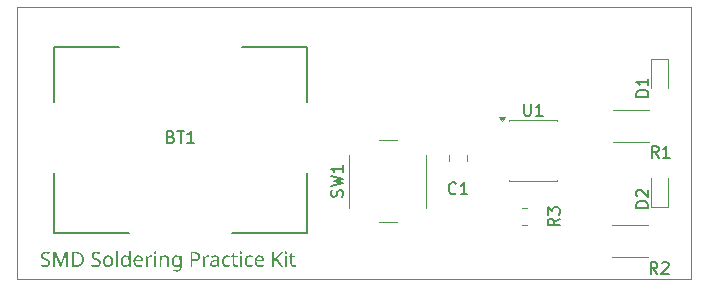
<source format=gbr>
%TF.GenerationSoftware,KiCad,Pcbnew,9.0.7*%
%TF.CreationDate,2026-01-25T21:44:07-05:00*%
%TF.ProjectId,advanced_soldering_practice,61647661-6e63-4656-945f-736f6c646572,rev?*%
%TF.SameCoordinates,Original*%
%TF.FileFunction,Legend,Top*%
%TF.FilePolarity,Positive*%
%FSLAX46Y46*%
G04 Gerber Fmt 4.6, Leading zero omitted, Abs format (unit mm)*
G04 Created by KiCad (PCBNEW 9.0.7) date 2026-01-25 21:44:07*
%MOMM*%
%LPD*%
G01*
G04 APERTURE LIST*
%ADD10C,0.100000*%
%ADD11C,0.150000*%
%ADD12C,0.120000*%
%ADD13C,0.152400*%
G04 APERTURE END LIST*
D10*
X69000000Y-75000000D02*
X126000000Y-75000000D01*
X126000000Y-98000000D01*
X69000000Y-98000000D01*
X69000000Y-75000000D01*
G36*
X71778510Y-96653268D02*
G01*
X71770491Y-96734068D01*
X71747613Y-96802643D01*
X71710412Y-96861499D01*
X71657763Y-96912242D01*
X71595695Y-96951047D01*
X71522232Y-96979978D01*
X71435262Y-96998412D01*
X71332233Y-97004978D01*
X71229362Y-97000897D01*
X71137984Y-96989255D01*
X71053047Y-96969529D01*
X70989224Y-96945520D01*
X70989224Y-96795006D01*
X71056482Y-96820585D01*
X71145845Y-96845762D01*
X71240623Y-96862774D01*
X71339255Y-96868507D01*
X71431358Y-96861427D01*
X71499822Y-96842542D01*
X71550067Y-96814240D01*
X71589502Y-96773728D01*
X71612862Y-96725568D01*
X71620974Y-96667236D01*
X71614052Y-96609447D01*
X71594718Y-96564043D01*
X71561340Y-96525535D01*
X71504577Y-96486115D01*
X71433873Y-96451572D01*
X71326967Y-96410018D01*
X71223578Y-96365616D01*
X71144833Y-96318192D01*
X71086387Y-96268281D01*
X71051789Y-96224050D01*
X71026528Y-96172162D01*
X71010646Y-96111129D01*
X71005024Y-96038998D01*
X71010964Y-95974130D01*
X71028016Y-95917819D01*
X71055781Y-95868409D01*
X71093284Y-95825405D01*
X71139800Y-95789008D01*
X71196602Y-95759034D01*
X71257836Y-95738109D01*
X71326567Y-95725046D01*
X71403979Y-95720490D01*
X71504813Y-95725519D01*
X71592962Y-95739800D01*
X71676150Y-95762527D01*
X71748743Y-95790481D01*
X71699742Y-95925272D01*
X71633120Y-95899779D01*
X71558845Y-95878026D01*
X71481650Y-95863598D01*
X71400468Y-95858716D01*
X71323719Y-95865151D01*
X71266280Y-95882426D01*
X71223698Y-95908633D01*
X71190747Y-95945341D01*
X71171079Y-95988673D01*
X71164240Y-96040753D01*
X71171210Y-96100090D01*
X71190496Y-96145778D01*
X71223294Y-96184021D01*
X71276210Y-96221035D01*
X71341535Y-96253465D01*
X71437257Y-96292781D01*
X71542322Y-96336129D01*
X71623569Y-96379411D01*
X71671499Y-96413369D01*
X71709634Y-96450364D01*
X71739126Y-96490542D01*
X71760282Y-96535325D01*
X71773716Y-96588933D01*
X71778510Y-96653268D01*
G37*
G36*
X72580848Y-96987500D02*
G01*
X72169604Y-95891994D01*
X72162659Y-95891994D01*
X72171360Y-96038158D01*
X72174871Y-96229736D01*
X72174871Y-96987500D01*
X72029623Y-96987500D01*
X72029623Y-95737968D01*
X72262340Y-95737968D01*
X72647404Y-96761728D01*
X72654350Y-96761728D01*
X73046360Y-95737968D01*
X73277398Y-95737968D01*
X73277398Y-96987500D01*
X73121617Y-96987500D01*
X73121617Y-96219279D01*
X73125968Y-96038998D01*
X73133906Y-95893750D01*
X73126884Y-95893750D01*
X72710373Y-96987500D01*
X72580848Y-96987500D01*
G37*
G36*
X74125369Y-95746314D02*
G01*
X74233609Y-95770089D01*
X74328177Y-95808036D01*
X74393713Y-95847363D01*
X74450709Y-95894428D01*
X74499915Y-95949613D01*
X74541737Y-96013657D01*
X74573362Y-96082077D01*
X74596903Y-96160038D01*
X74611768Y-96248966D01*
X74616994Y-96350484D01*
X74609004Y-96479597D01*
X74586538Y-96589070D01*
X74551257Y-96681937D01*
X74503967Y-96760730D01*
X74444574Y-96827368D01*
X74373726Y-96882738D01*
X74292081Y-96926795D01*
X74198036Y-96959518D01*
X74089556Y-96980203D01*
X73964255Y-96987500D01*
X73615980Y-96987500D01*
X73615980Y-96852784D01*
X73773517Y-96852784D01*
X73943265Y-96852784D01*
X74058550Y-96845520D01*
X74153803Y-96825323D01*
X74232363Y-96793968D01*
X74296990Y-96752335D01*
X74349725Y-96700338D01*
X74391743Y-96636936D01*
X74423255Y-96560222D01*
X74443492Y-96467565D01*
X74450756Y-96355750D01*
X74444824Y-96252448D01*
X74428325Y-96166702D01*
X74402774Y-96095728D01*
X74369050Y-96037162D01*
X74327337Y-95989157D01*
X74262719Y-95940282D01*
X74184893Y-95904081D01*
X74091195Y-95881013D01*
X73978223Y-95872760D01*
X73773517Y-95872760D01*
X73773517Y-96852784D01*
X73615980Y-96852784D01*
X73615980Y-95737968D01*
X74000968Y-95737968D01*
X74125369Y-95746314D01*
G37*
G36*
X76056424Y-96653268D02*
G01*
X76048405Y-96734068D01*
X76025527Y-96802643D01*
X75988325Y-96861499D01*
X75935676Y-96912242D01*
X75873608Y-96951047D01*
X75800145Y-96979978D01*
X75713175Y-96998412D01*
X75610146Y-97004978D01*
X75507276Y-97000897D01*
X75415897Y-96989255D01*
X75330961Y-96969529D01*
X75267138Y-96945520D01*
X75267138Y-96795006D01*
X75334396Y-96820585D01*
X75423759Y-96845762D01*
X75518537Y-96862774D01*
X75617168Y-96868507D01*
X75709271Y-96861427D01*
X75777735Y-96842542D01*
X75827981Y-96814240D01*
X75867415Y-96773728D01*
X75890776Y-96725568D01*
X75898887Y-96667236D01*
X75891965Y-96609447D01*
X75872631Y-96564043D01*
X75839253Y-96525535D01*
X75782490Y-96486115D01*
X75711787Y-96451572D01*
X75604880Y-96410018D01*
X75501491Y-96365616D01*
X75422747Y-96318192D01*
X75364301Y-96268281D01*
X75329703Y-96224050D01*
X75304441Y-96172162D01*
X75288559Y-96111129D01*
X75282937Y-96038998D01*
X75288877Y-95974130D01*
X75305929Y-95917819D01*
X75333694Y-95868409D01*
X75371197Y-95825405D01*
X75417714Y-95789008D01*
X75474515Y-95759034D01*
X75535749Y-95738109D01*
X75604481Y-95725046D01*
X75681893Y-95720490D01*
X75782727Y-95725519D01*
X75870876Y-95739800D01*
X75954064Y-95762527D01*
X76026657Y-95790481D01*
X75977656Y-95925272D01*
X75911034Y-95899779D01*
X75836758Y-95878026D01*
X75759563Y-95863598D01*
X75678382Y-95858716D01*
X75601633Y-95865151D01*
X75544193Y-95882426D01*
X75501611Y-95908633D01*
X75468660Y-95945341D01*
X75448993Y-95988673D01*
X75442153Y-96040753D01*
X75449124Y-96100090D01*
X75468409Y-96145778D01*
X75501207Y-96184021D01*
X75554123Y-96221035D01*
X75619448Y-96253465D01*
X75715171Y-96292781D01*
X75820235Y-96336129D01*
X75901482Y-96379411D01*
X75949412Y-96413369D01*
X75987547Y-96450364D01*
X76017040Y-96490542D01*
X76038196Y-96535325D01*
X76051630Y-96588933D01*
X76056424Y-96653268D01*
G37*
G36*
X76753399Y-96038605D02*
G01*
X76827820Y-96057751D01*
X76894635Y-96088915D01*
X76954245Y-96132027D01*
X77004813Y-96186400D01*
X77046905Y-96253397D01*
X77076510Y-96327128D01*
X77095323Y-96414063D01*
X77102012Y-96516721D01*
X77093625Y-96633318D01*
X77070182Y-96730086D01*
X77033420Y-96810496D01*
X76983860Y-96877285D01*
X76920844Y-96932305D01*
X76848027Y-96971824D01*
X76763481Y-96996359D01*
X76664512Y-97004978D01*
X76583236Y-96998419D01*
X76509904Y-96979357D01*
X76443091Y-96948115D01*
X76383579Y-96904950D01*
X76332710Y-96850033D01*
X76289981Y-96781878D01*
X76259855Y-96706966D01*
X76240789Y-96619376D01*
X76234034Y-96516721D01*
X76393250Y-96516721D01*
X76401508Y-96626004D01*
X76424115Y-96712295D01*
X76458890Y-96780198D01*
X76495506Y-96821752D01*
X76541135Y-96851661D01*
X76597667Y-96870514D01*
X76668023Y-96877285D01*
X76737415Y-96870560D01*
X76793558Y-96851774D01*
X76839236Y-96821867D01*
X76876240Y-96780198D01*
X76911527Y-96712226D01*
X76934434Y-96625935D01*
X76942797Y-96516721D01*
X76934378Y-96407554D01*
X76911429Y-96322288D01*
X76876240Y-96255992D01*
X76839408Y-96215669D01*
X76793568Y-96186529D01*
X76736814Y-96168117D01*
X76666268Y-96161501D01*
X76595703Y-96168144D01*
X76539286Y-96186588D01*
X76494032Y-96215719D01*
X76457974Y-96255992D01*
X76423807Y-96322149D01*
X76401460Y-96407413D01*
X76393250Y-96516721D01*
X76234034Y-96516721D01*
X76242393Y-96400052D01*
X76265708Y-96303628D01*
X76302188Y-96223879D01*
X76351271Y-96157990D01*
X76413780Y-96103794D01*
X76486266Y-96064782D01*
X76570691Y-96040514D01*
X76669779Y-96031976D01*
X76753399Y-96038605D01*
G37*
G36*
X77498144Y-96987500D02*
G01*
X77344118Y-96987500D01*
X77344118Y-95657521D01*
X77498144Y-95657521D01*
X77498144Y-96987500D01*
G37*
G36*
X78573499Y-96987500D02*
G01*
X78449241Y-96987500D01*
X78426495Y-96861485D01*
X78419474Y-96861485D01*
X78371274Y-96915919D01*
X78307503Y-96962999D01*
X78259073Y-96985398D01*
X78199782Y-96999791D01*
X78127222Y-97004978D01*
X78041854Y-96996941D01*
X77968134Y-96973895D01*
X77903762Y-96936357D01*
X77847182Y-96883391D01*
X77804134Y-96820488D01*
X77771377Y-96741474D01*
X77750010Y-96642822D01*
X77742457Y-96523743D01*
X77901450Y-96523743D01*
X77909426Y-96634477D01*
X77930972Y-96719624D01*
X77963579Y-96784549D01*
X77998295Y-96824816D01*
X78040139Y-96853334D01*
X78090516Y-96871017D01*
X78151722Y-96877285D01*
X78226355Y-96871221D01*
X78283792Y-96854761D01*
X78327731Y-96829567D01*
X78360855Y-96795922D01*
X78392165Y-96738270D01*
X78413264Y-96658528D01*
X78421229Y-96550000D01*
X78421229Y-96521988D01*
X78413672Y-96406049D01*
X78393486Y-96318544D01*
X78363450Y-96253397D01*
X78330674Y-96214341D01*
X78286306Y-96185465D01*
X78227485Y-96166680D01*
X78149967Y-96159745D01*
X78090143Y-96166292D01*
X78040457Y-96184893D01*
X77998687Y-96215234D01*
X77963579Y-96258664D01*
X77930693Y-96327366D01*
X77909271Y-96414263D01*
X77901450Y-96523743D01*
X77742457Y-96523743D01*
X77742234Y-96520232D01*
X77750042Y-96397778D01*
X77771541Y-96298814D01*
X77804580Y-96219162D01*
X77848098Y-96155395D01*
X77905193Y-96101518D01*
X77969894Y-96063430D01*
X78043730Y-96040098D01*
X78128977Y-96031976D01*
X78200449Y-96036962D01*
X78258871Y-96050789D01*
X78306588Y-96072276D01*
X78370069Y-96117483D01*
X78419474Y-96170278D01*
X78430006Y-96170278D01*
X78423824Y-96102882D01*
X78419474Y-96031976D01*
X78419474Y-95657521D01*
X78573499Y-95657521D01*
X78573499Y-96987500D01*
G37*
G36*
X79311929Y-96038192D02*
G01*
X79380449Y-96055940D01*
X79440256Y-96084488D01*
X79493307Y-96124057D01*
X79537429Y-96172997D01*
X79573216Y-96232407D01*
X79598389Y-96297498D01*
X79614118Y-96371352D01*
X79619622Y-96455508D01*
X79619622Y-96548244D01*
X78977339Y-96548244D01*
X78984590Y-96628326D01*
X79001267Y-96693803D01*
X79026128Y-96747232D01*
X79058703Y-96790655D01*
X79100171Y-96826096D01*
X79149214Y-96851857D01*
X79207343Y-96868037D01*
X79276613Y-96873774D01*
X79363222Y-96869362D01*
X79434989Y-96857135D01*
X79504163Y-96837134D01*
X79577643Y-96808973D01*
X79577643Y-96943765D01*
X79505537Y-96971369D01*
X79435905Y-96990095D01*
X79362595Y-97000959D01*
X79269591Y-97004978D01*
X79182303Y-96998653D01*
X79104337Y-96980395D01*
X79034202Y-96950787D01*
X78971309Y-96908918D01*
X78918500Y-96855403D01*
X78874986Y-96788900D01*
X78844407Y-96715059D01*
X78825012Y-96628107D01*
X78818124Y-96525499D01*
X78824228Y-96425741D01*
X78980850Y-96425741D01*
X79458650Y-96425741D01*
X79451022Y-96348087D01*
X79431974Y-96284542D01*
X79402627Y-96232407D01*
X79372741Y-96200802D01*
X79335392Y-96177825D01*
X79288974Y-96163243D01*
X79231123Y-96157990D01*
X79160797Y-96166376D01*
X79103788Y-96190087D01*
X79057024Y-96228896D01*
X79021572Y-96279597D01*
X78995825Y-96344108D01*
X78980850Y-96425741D01*
X78824228Y-96425741D01*
X78824346Y-96423805D01*
X78841937Y-96336441D01*
X78869720Y-96261259D01*
X78909636Y-96192229D01*
X78957913Y-96136153D01*
X79014968Y-96091510D01*
X79079707Y-96058856D01*
X79151789Y-96038881D01*
X79232879Y-96031976D01*
X79311929Y-96038192D01*
G37*
G36*
X80294877Y-96031976D02*
G01*
X80351740Y-96034647D01*
X80405092Y-96042509D01*
X80385857Y-96184246D01*
X80335940Y-96175545D01*
X80284344Y-96172034D01*
X80237619Y-96176383D01*
X80192931Y-96189386D01*
X80149552Y-96211418D01*
X80110766Y-96240789D01*
X80077330Y-96277254D01*
X80048955Y-96321632D01*
X80028517Y-96370164D01*
X80015827Y-96424907D01*
X80011403Y-96487031D01*
X80011403Y-96987500D01*
X79857377Y-96987500D01*
X79857377Y-96049531D01*
X79983391Y-96049531D01*
X80000870Y-96221035D01*
X80007892Y-96221035D01*
X80059821Y-96149411D01*
X80125128Y-96087999D01*
X80175428Y-96057083D01*
X80231482Y-96038407D01*
X80294877Y-96031976D01*
G37*
G36*
X80657883Y-95697745D02*
G01*
X80690762Y-95703617D01*
X80719936Y-95721406D01*
X80739675Y-95750086D01*
X80747108Y-95795747D01*
X80739778Y-95840039D01*
X80719936Y-95869249D01*
X80690700Y-95887693D01*
X80657883Y-95893750D01*
X80622117Y-95887513D01*
X80593082Y-95869249D01*
X80573942Y-95840127D01*
X80566826Y-95795747D01*
X80574043Y-95749993D01*
X80593082Y-95721406D01*
X80622052Y-95703792D01*
X80657883Y-95697745D01*
G37*
G36*
X80733140Y-96049531D02*
G01*
X80733140Y-96987500D01*
X80579115Y-96987500D01*
X80579115Y-96049531D01*
X80733140Y-96049531D01*
G37*
G36*
X81481210Y-96031976D02*
G01*
X81565824Y-96037897D01*
X81634475Y-96054269D01*
X81690070Y-96079625D01*
X81734918Y-96113415D01*
X81770004Y-96156420D01*
X81796709Y-96212401D01*
X81814256Y-96284506D01*
X81820708Y-96376740D01*
X81820708Y-96987500D01*
X81668514Y-96987500D01*
X81668514Y-96387273D01*
X81661638Y-96312964D01*
X81643122Y-96257571D01*
X81614750Y-96216614D01*
X81576270Y-96187189D01*
X81525453Y-96168393D01*
X81458465Y-96161501D01*
X81380476Y-96168052D01*
X81321173Y-96185766D01*
X81276402Y-96212829D01*
X81243226Y-96249047D01*
X81212188Y-96310376D01*
X81191491Y-96392442D01*
X81183768Y-96500998D01*
X81183768Y-96987500D01*
X81029743Y-96987500D01*
X81029743Y-96049531D01*
X81154001Y-96049531D01*
X81176746Y-96177224D01*
X81185447Y-96177224D01*
X81219708Y-96132396D01*
X81261418Y-96096148D01*
X81311461Y-96067849D01*
X81394036Y-96040970D01*
X81481210Y-96031976D01*
G37*
G36*
X82532376Y-96040998D02*
G01*
X82610070Y-96067009D01*
X82656774Y-96094069D01*
X82698955Y-96129371D01*
X82737000Y-96173713D01*
X82745778Y-96173713D01*
X82766767Y-96049531D01*
X82889270Y-96049531D01*
X82889270Y-97003223D01*
X82881860Y-97104277D01*
X82861354Y-97186185D01*
X82829502Y-97252506D01*
X82786841Y-97306007D01*
X82733107Y-97347747D01*
X82664663Y-97379361D01*
X82578131Y-97399989D01*
X82469249Y-97407521D01*
X82332189Y-97400024D01*
X82221067Y-97379426D01*
X82131507Y-97347987D01*
X82131507Y-97206250D01*
X82201040Y-97236989D01*
X82280908Y-97260001D01*
X82372656Y-97274600D01*
X82478026Y-97279751D01*
X82555572Y-97271221D01*
X82617690Y-97247334D01*
X82667849Y-97208845D01*
X82705299Y-97157710D01*
X82728649Y-97094416D01*
X82737000Y-97015511D01*
X82737000Y-96978722D01*
X82738756Y-96918348D01*
X82742267Y-96863241D01*
X82735245Y-96863241D01*
X82693842Y-96913816D01*
X82645321Y-96952739D01*
X82588757Y-96981020D01*
X82522592Y-96998728D01*
X82444748Y-97004978D01*
X82356018Y-96996451D01*
X82280681Y-96972154D01*
X82216053Y-96932766D01*
X82160358Y-96877285D01*
X82117834Y-96811490D01*
X82085896Y-96731947D01*
X82065372Y-96635953D01*
X82058117Y-96521988D01*
X82217221Y-96521988D01*
X82225508Y-96636237D01*
X82247728Y-96722593D01*
X82281106Y-96787144D01*
X82316587Y-96827206D01*
X82358506Y-96855444D01*
X82408122Y-96872839D01*
X82467493Y-96878964D01*
X82538541Y-96873396D01*
X82594779Y-96858113D01*
X82639176Y-96834504D01*
X82673955Y-96802867D01*
X82699900Y-96763756D01*
X82720175Y-96711961D01*
X82733728Y-96644316D01*
X82738756Y-96557021D01*
X82738756Y-96520232D01*
X82733485Y-96420500D01*
X82719386Y-96344291D01*
X82698543Y-96286970D01*
X82672276Y-96244620D01*
X82636200Y-96209640D01*
X82590943Y-96183911D01*
X82534479Y-96167452D01*
X82463982Y-96161501D01*
X82407558Y-96167600D01*
X82359500Y-96185097D01*
X82317983Y-96213856D01*
X82281945Y-96255153D01*
X82248039Y-96320819D01*
X82225569Y-96407819D01*
X82217221Y-96521988D01*
X82058117Y-96521988D01*
X82058005Y-96520232D01*
X82065243Y-96407585D01*
X82085574Y-96312460D01*
X82117499Y-96232066D01*
X82160358Y-96164096D01*
X82216341Y-96106369D01*
X82280824Y-96065668D01*
X82355495Y-96040704D01*
X82442993Y-96031976D01*
X82532376Y-96040998D01*
G37*
G36*
X84118080Y-95745372D02*
G01*
X84216092Y-95765400D01*
X84291729Y-95795497D01*
X84349385Y-95834215D01*
X84397502Y-95886022D01*
X84432151Y-95947128D01*
X84453781Y-96019395D01*
X84461431Y-96105478D01*
X84456223Y-96173196D01*
X84440786Y-96237396D01*
X84415025Y-96298887D01*
X84378428Y-96353666D01*
X84327357Y-96402278D01*
X84259320Y-96445051D01*
X84184181Y-96474317D01*
X84087038Y-96493797D01*
X83962718Y-96500998D01*
X83819225Y-96500998D01*
X83819225Y-96987500D01*
X83661688Y-96987500D01*
X83661688Y-96366283D01*
X83819225Y-96366283D01*
X83945163Y-96366283D01*
X84063632Y-96358545D01*
X84149792Y-96338214D01*
X84211158Y-96308504D01*
X84248141Y-96276133D01*
X84275136Y-96234281D01*
X84292417Y-96180807D01*
X84298704Y-96112500D01*
X84293332Y-96052992D01*
X84278321Y-96004482D01*
X84254530Y-95964756D01*
X84221691Y-95932294D01*
X84166817Y-95901677D01*
X84088305Y-95880756D01*
X83978441Y-95872760D01*
X83819225Y-95872760D01*
X83819225Y-96366283D01*
X83661688Y-96366283D01*
X83661688Y-95737968D01*
X83992408Y-95737968D01*
X84118080Y-95745372D01*
G37*
G36*
X85135770Y-96031976D02*
G01*
X85192633Y-96034647D01*
X85245985Y-96042509D01*
X85226751Y-96184246D01*
X85176834Y-96175545D01*
X85125237Y-96172034D01*
X85078512Y-96176383D01*
X85033824Y-96189386D01*
X84990446Y-96211418D01*
X84951660Y-96240789D01*
X84918223Y-96277254D01*
X84889848Y-96321632D01*
X84869411Y-96370164D01*
X84856720Y-96424907D01*
X84852296Y-96487031D01*
X84852296Y-96987500D01*
X84698270Y-96987500D01*
X84698270Y-96049531D01*
X84824284Y-96049531D01*
X84841763Y-96221035D01*
X84848785Y-96221035D01*
X84900715Y-96149411D01*
X84966021Y-96087999D01*
X85016321Y-96057083D01*
X85072375Y-96038407D01*
X85135770Y-96031976D01*
G37*
G36*
X85828209Y-96039366D02*
G01*
X85897415Y-96054765D01*
X85952015Y-96078245D01*
X85994742Y-96108989D01*
X86028678Y-96148995D01*
X86054255Y-96200375D01*
X86070925Y-96265798D01*
X86077021Y-96348728D01*
X86077021Y-96987500D01*
X85965051Y-96987500D01*
X85935284Y-96854463D01*
X85928338Y-96854463D01*
X85863474Y-96923220D01*
X85799653Y-96968265D01*
X85753214Y-96987419D01*
X85692307Y-97000222D01*
X85613341Y-97004978D01*
X85530512Y-96996991D01*
X85460793Y-96974312D01*
X85401537Y-96937659D01*
X85366207Y-96901106D01*
X85340216Y-96855272D01*
X85323589Y-96798110D01*
X85317726Y-96728526D01*
X85476794Y-96728526D01*
X85482740Y-96778688D01*
X85498999Y-96816126D01*
X85524880Y-96844007D01*
X85558743Y-96863860D01*
X85599331Y-96876299D01*
X85648299Y-96880720D01*
X85725255Y-96872993D01*
X85790358Y-96850969D01*
X85846059Y-96815156D01*
X85879198Y-96779746D01*
X85903599Y-96735632D01*
X85919197Y-96680911D01*
X85924827Y-96612968D01*
X85924827Y-96529010D01*
X85786525Y-96534276D01*
X85669497Y-96545560D01*
X85592401Y-96565311D01*
X85544190Y-96590223D01*
X85506862Y-96627210D01*
X85484597Y-96672420D01*
X85476794Y-96728526D01*
X85317726Y-96728526D01*
X85317578Y-96726770D01*
X85324802Y-96659251D01*
X85345465Y-96602052D01*
X85379320Y-96552944D01*
X85427793Y-96510615D01*
X85483351Y-96479910D01*
X85555808Y-96454852D01*
X85648987Y-96436746D01*
X85767291Y-96427496D01*
X85926583Y-96422230D01*
X85926583Y-96366283D01*
X85919698Y-96289612D01*
X85901925Y-96237642D01*
X85875826Y-96203480D01*
X85839404Y-96179199D01*
X85792560Y-96163655D01*
X85732333Y-96157990D01*
X85660163Y-96163530D01*
X85592275Y-96179895D01*
X85468017Y-96229736D01*
X85420771Y-96114255D01*
X85485606Y-96084235D01*
X85566019Y-96057392D01*
X85651356Y-96039705D01*
X85741034Y-96033731D01*
X85828209Y-96039366D01*
G37*
G36*
X86742659Y-97004978D02*
G01*
X86661130Y-96999079D01*
X86587786Y-96982001D01*
X86521314Y-96954221D01*
X86461908Y-96914719D01*
X86411357Y-96862782D01*
X86369044Y-96796761D01*
X86339765Y-96723493D01*
X86320795Y-96633637D01*
X86313937Y-96523743D01*
X86321168Y-96409195D01*
X86341071Y-96316592D01*
X86371639Y-96242025D01*
X86415689Y-96174883D01*
X86467696Y-96122360D01*
X86528260Y-96082732D01*
X86595878Y-96054956D01*
X86670421Y-96037875D01*
X86753192Y-96031976D01*
X86824054Y-96035743D01*
X86891418Y-96046859D01*
X86954500Y-96064160D01*
X86999954Y-96082732D01*
X86952708Y-96210502D01*
X86854629Y-96180811D01*
X86799330Y-96170134D01*
X86749681Y-96166767D01*
X86675827Y-96174122D01*
X86616479Y-96194629D01*
X86568484Y-96227314D01*
X86529887Y-96273071D01*
X86500202Y-96334538D01*
X86480475Y-96415786D01*
X86473152Y-96521988D01*
X86478136Y-96608419D01*
X86491876Y-96678814D01*
X86512954Y-96735872D01*
X86540548Y-96781878D01*
X86577540Y-96820662D01*
X86622107Y-96848466D01*
X86675786Y-96865842D01*
X86740904Y-96872018D01*
X86815421Y-96867840D01*
X86876535Y-96856295D01*
X86933547Y-96838473D01*
X86984154Y-96817751D01*
X86984154Y-96954221D01*
X86935093Y-96975666D01*
X86880046Y-96991850D01*
X86820186Y-97001410D01*
X86742659Y-97004978D01*
G37*
G36*
X87518664Y-96878964D02*
G01*
X87590411Y-96872858D01*
X87649945Y-96859730D01*
X87649945Y-96976967D01*
X87622565Y-96987449D01*
X87579878Y-96997117D01*
X87492408Y-97004978D01*
X87420993Y-96998501D01*
X87356777Y-96979638D01*
X87318422Y-96958830D01*
X87285028Y-96929717D01*
X87256103Y-96891253D01*
X87236004Y-96847487D01*
X87222612Y-96789774D01*
X87217635Y-96714482D01*
X87217635Y-96168523D01*
X87084675Y-96168523D01*
X87084675Y-96095021D01*
X87219391Y-96033731D01*
X87280680Y-95834215D01*
X87371661Y-95834215D01*
X87371661Y-96049531D01*
X87642923Y-96049531D01*
X87642923Y-96168523D01*
X87371661Y-96168523D01*
X87371661Y-96710971D01*
X87376940Y-96766707D01*
X87391108Y-96807833D01*
X87412800Y-96837901D01*
X87442432Y-96860481D01*
X87477218Y-96874178D01*
X87518664Y-96878964D01*
G37*
G36*
X87915559Y-95697745D02*
G01*
X87948438Y-95703617D01*
X87977612Y-95721406D01*
X87997351Y-95750086D01*
X88004784Y-95795747D01*
X87997454Y-95840039D01*
X87977612Y-95869249D01*
X87948376Y-95887693D01*
X87915559Y-95893750D01*
X87879793Y-95887513D01*
X87850758Y-95869249D01*
X87831618Y-95840127D01*
X87824502Y-95795747D01*
X87831720Y-95749993D01*
X87850758Y-95721406D01*
X87879728Y-95703792D01*
X87915559Y-95697745D01*
G37*
G36*
X87990816Y-96049531D02*
G01*
X87990816Y-96987500D01*
X87836791Y-96987500D01*
X87836791Y-96049531D01*
X87990816Y-96049531D01*
G37*
G36*
X88663629Y-97004978D02*
G01*
X88582100Y-96999079D01*
X88508756Y-96982001D01*
X88442284Y-96954221D01*
X88382878Y-96914719D01*
X88332327Y-96862782D01*
X88290014Y-96796761D01*
X88260735Y-96723493D01*
X88241765Y-96633637D01*
X88234907Y-96523743D01*
X88242138Y-96409195D01*
X88262041Y-96316592D01*
X88292609Y-96242025D01*
X88336659Y-96174883D01*
X88388666Y-96122360D01*
X88449230Y-96082732D01*
X88516848Y-96054956D01*
X88591391Y-96037875D01*
X88674162Y-96031976D01*
X88745024Y-96035743D01*
X88812388Y-96046859D01*
X88875470Y-96064160D01*
X88920924Y-96082732D01*
X88873678Y-96210502D01*
X88775599Y-96180811D01*
X88720300Y-96170134D01*
X88670651Y-96166767D01*
X88596797Y-96174122D01*
X88537449Y-96194629D01*
X88489453Y-96227314D01*
X88450857Y-96273071D01*
X88421172Y-96334538D01*
X88401445Y-96415786D01*
X88394122Y-96521988D01*
X88399106Y-96608419D01*
X88412846Y-96678814D01*
X88433924Y-96735872D01*
X88461518Y-96781878D01*
X88498510Y-96820662D01*
X88543077Y-96848466D01*
X88596756Y-96865842D01*
X88661874Y-96872018D01*
X88736391Y-96867840D01*
X88797505Y-96856295D01*
X88854517Y-96838473D01*
X88905124Y-96817751D01*
X88905124Y-96954221D01*
X88856063Y-96975666D01*
X88801016Y-96991850D01*
X88741156Y-97001410D01*
X88663629Y-97004978D01*
G37*
G36*
X89567686Y-96038192D02*
G01*
X89636207Y-96055940D01*
X89696013Y-96084488D01*
X89749064Y-96124057D01*
X89793187Y-96172997D01*
X89828973Y-96232407D01*
X89854146Y-96297498D01*
X89869875Y-96371352D01*
X89875379Y-96455508D01*
X89875379Y-96548244D01*
X89233097Y-96548244D01*
X89240347Y-96628326D01*
X89257024Y-96693803D01*
X89281885Y-96747232D01*
X89314460Y-96790655D01*
X89355928Y-96826096D01*
X89404971Y-96851857D01*
X89463100Y-96868037D01*
X89532370Y-96873774D01*
X89618979Y-96869362D01*
X89690747Y-96857135D01*
X89759920Y-96837134D01*
X89833400Y-96808973D01*
X89833400Y-96943765D01*
X89761294Y-96971369D01*
X89691663Y-96990095D01*
X89618352Y-97000959D01*
X89525348Y-97004978D01*
X89438060Y-96998653D01*
X89360094Y-96980395D01*
X89289959Y-96950787D01*
X89227066Y-96908918D01*
X89174257Y-96855403D01*
X89130744Y-96788900D01*
X89100164Y-96715059D01*
X89080769Y-96628107D01*
X89073881Y-96525499D01*
X89079985Y-96425741D01*
X89236608Y-96425741D01*
X89714408Y-96425741D01*
X89706779Y-96348087D01*
X89687732Y-96284542D01*
X89658384Y-96232407D01*
X89628498Y-96200802D01*
X89591150Y-96177825D01*
X89544731Y-96163243D01*
X89486880Y-96157990D01*
X89416554Y-96166376D01*
X89359545Y-96190087D01*
X89312781Y-96228896D01*
X89277329Y-96279597D01*
X89251582Y-96344108D01*
X89236608Y-96425741D01*
X89079985Y-96425741D01*
X89080103Y-96423805D01*
X89097694Y-96336441D01*
X89125477Y-96261259D01*
X89165394Y-96192229D01*
X89213670Y-96136153D01*
X89270725Y-96091510D01*
X89335464Y-96058856D01*
X89407546Y-96038881D01*
X89488636Y-96031976D01*
X89567686Y-96038192D01*
G37*
G36*
X91501884Y-96987500D02*
G01*
X91316412Y-96987500D01*
X90873645Y-96390784D01*
X90745952Y-96502754D01*
X90745952Y-96987500D01*
X90588415Y-96987500D01*
X90588415Y-95737968D01*
X90745952Y-95737968D01*
X90745952Y-96353995D01*
X90852656Y-96235003D01*
X90961191Y-96116010D01*
X91298933Y-95737968D01*
X91482650Y-95737968D01*
X90987447Y-96282248D01*
X91501884Y-96987500D01*
G37*
G36*
X91729411Y-95697745D02*
G01*
X91762290Y-95703617D01*
X91791464Y-95721406D01*
X91811203Y-95750086D01*
X91818636Y-95795747D01*
X91811306Y-95840039D01*
X91791464Y-95869249D01*
X91762229Y-95887693D01*
X91729411Y-95893750D01*
X91693645Y-95887513D01*
X91664610Y-95869249D01*
X91645471Y-95840127D01*
X91638354Y-95795747D01*
X91645572Y-95749993D01*
X91664610Y-95721406D01*
X91693580Y-95703792D01*
X91729411Y-95697745D01*
G37*
G36*
X91804668Y-96049531D02*
G01*
X91804668Y-96987500D01*
X91650643Y-96987500D01*
X91650643Y-96049531D01*
X91804668Y-96049531D01*
G37*
G36*
X92414512Y-96878964D02*
G01*
X92486259Y-96872858D01*
X92545793Y-96859730D01*
X92545793Y-96976967D01*
X92518413Y-96987449D01*
X92475726Y-96997117D01*
X92388256Y-97004978D01*
X92316841Y-96998501D01*
X92252625Y-96979638D01*
X92214270Y-96958830D01*
X92180876Y-96929717D01*
X92151951Y-96891253D01*
X92131852Y-96847487D01*
X92118460Y-96789774D01*
X92113483Y-96714482D01*
X92113483Y-96168523D01*
X91980523Y-96168523D01*
X91980523Y-96095021D01*
X92115239Y-96033731D01*
X92176528Y-95834215D01*
X92267509Y-95834215D01*
X92267509Y-96049531D01*
X92538771Y-96049531D01*
X92538771Y-96168523D01*
X92267509Y-96168523D01*
X92267509Y-96710971D01*
X92272788Y-96766707D01*
X92286956Y-96807833D01*
X92308648Y-96837901D01*
X92338280Y-96860481D01*
X92373066Y-96874178D01*
X92414512Y-96878964D01*
G37*
D11*
X114904819Y-92916666D02*
X114428628Y-93249999D01*
X114904819Y-93488094D02*
X113904819Y-93488094D01*
X113904819Y-93488094D02*
X113904819Y-93107142D01*
X113904819Y-93107142D02*
X113952438Y-93011904D01*
X113952438Y-93011904D02*
X114000057Y-92964285D01*
X114000057Y-92964285D02*
X114095295Y-92916666D01*
X114095295Y-92916666D02*
X114238152Y-92916666D01*
X114238152Y-92916666D02*
X114333390Y-92964285D01*
X114333390Y-92964285D02*
X114381009Y-93011904D01*
X114381009Y-93011904D02*
X114428628Y-93107142D01*
X114428628Y-93107142D02*
X114428628Y-93488094D01*
X113904819Y-92583332D02*
X113904819Y-91964285D01*
X113904819Y-91964285D02*
X114285771Y-92297618D01*
X114285771Y-92297618D02*
X114285771Y-92154761D01*
X114285771Y-92154761D02*
X114333390Y-92059523D01*
X114333390Y-92059523D02*
X114381009Y-92011904D01*
X114381009Y-92011904D02*
X114476247Y-91964285D01*
X114476247Y-91964285D02*
X114714342Y-91964285D01*
X114714342Y-91964285D02*
X114809580Y-92011904D01*
X114809580Y-92011904D02*
X114857200Y-92059523D01*
X114857200Y-92059523D02*
X114904819Y-92154761D01*
X114904819Y-92154761D02*
X114904819Y-92440475D01*
X114904819Y-92440475D02*
X114857200Y-92535713D01*
X114857200Y-92535713D02*
X114809580Y-92583332D01*
X82014285Y-85981009D02*
X82157142Y-86028628D01*
X82157142Y-86028628D02*
X82204761Y-86076247D01*
X82204761Y-86076247D02*
X82252380Y-86171485D01*
X82252380Y-86171485D02*
X82252380Y-86314342D01*
X82252380Y-86314342D02*
X82204761Y-86409580D01*
X82204761Y-86409580D02*
X82157142Y-86457200D01*
X82157142Y-86457200D02*
X82061904Y-86504819D01*
X82061904Y-86504819D02*
X81680952Y-86504819D01*
X81680952Y-86504819D02*
X81680952Y-85504819D01*
X81680952Y-85504819D02*
X82014285Y-85504819D01*
X82014285Y-85504819D02*
X82109523Y-85552438D01*
X82109523Y-85552438D02*
X82157142Y-85600057D01*
X82157142Y-85600057D02*
X82204761Y-85695295D01*
X82204761Y-85695295D02*
X82204761Y-85790533D01*
X82204761Y-85790533D02*
X82157142Y-85885771D01*
X82157142Y-85885771D02*
X82109523Y-85933390D01*
X82109523Y-85933390D02*
X82014285Y-85981009D01*
X82014285Y-85981009D02*
X81680952Y-85981009D01*
X82538095Y-85504819D02*
X83109523Y-85504819D01*
X82823809Y-86504819D02*
X82823809Y-85504819D01*
X83966666Y-86504819D02*
X83395238Y-86504819D01*
X83680952Y-86504819D02*
X83680952Y-85504819D01*
X83680952Y-85504819D02*
X83585714Y-85647676D01*
X83585714Y-85647676D02*
X83490476Y-85742914D01*
X83490476Y-85742914D02*
X83395238Y-85790533D01*
X122374819Y-91988094D02*
X121374819Y-91988094D01*
X121374819Y-91988094D02*
X121374819Y-91749999D01*
X121374819Y-91749999D02*
X121422438Y-91607142D01*
X121422438Y-91607142D02*
X121517676Y-91511904D01*
X121517676Y-91511904D02*
X121612914Y-91464285D01*
X121612914Y-91464285D02*
X121803390Y-91416666D01*
X121803390Y-91416666D02*
X121946247Y-91416666D01*
X121946247Y-91416666D02*
X122136723Y-91464285D01*
X122136723Y-91464285D02*
X122231961Y-91511904D01*
X122231961Y-91511904D02*
X122327200Y-91607142D01*
X122327200Y-91607142D02*
X122374819Y-91749999D01*
X122374819Y-91749999D02*
X122374819Y-91988094D01*
X121470057Y-91035713D02*
X121422438Y-90988094D01*
X121422438Y-90988094D02*
X121374819Y-90892856D01*
X121374819Y-90892856D02*
X121374819Y-90654761D01*
X121374819Y-90654761D02*
X121422438Y-90559523D01*
X121422438Y-90559523D02*
X121470057Y-90511904D01*
X121470057Y-90511904D02*
X121565295Y-90464285D01*
X121565295Y-90464285D02*
X121660533Y-90464285D01*
X121660533Y-90464285D02*
X121803390Y-90511904D01*
X121803390Y-90511904D02*
X122374819Y-91083332D01*
X122374819Y-91083332D02*
X122374819Y-90464285D01*
X96507200Y-91083332D02*
X96554819Y-90940475D01*
X96554819Y-90940475D02*
X96554819Y-90702380D01*
X96554819Y-90702380D02*
X96507200Y-90607142D01*
X96507200Y-90607142D02*
X96459580Y-90559523D01*
X96459580Y-90559523D02*
X96364342Y-90511904D01*
X96364342Y-90511904D02*
X96269104Y-90511904D01*
X96269104Y-90511904D02*
X96173866Y-90559523D01*
X96173866Y-90559523D02*
X96126247Y-90607142D01*
X96126247Y-90607142D02*
X96078628Y-90702380D01*
X96078628Y-90702380D02*
X96031009Y-90892856D01*
X96031009Y-90892856D02*
X95983390Y-90988094D01*
X95983390Y-90988094D02*
X95935771Y-91035713D01*
X95935771Y-91035713D02*
X95840533Y-91083332D01*
X95840533Y-91083332D02*
X95745295Y-91083332D01*
X95745295Y-91083332D02*
X95650057Y-91035713D01*
X95650057Y-91035713D02*
X95602438Y-90988094D01*
X95602438Y-90988094D02*
X95554819Y-90892856D01*
X95554819Y-90892856D02*
X95554819Y-90654761D01*
X95554819Y-90654761D02*
X95602438Y-90511904D01*
X95554819Y-90178570D02*
X96554819Y-89940475D01*
X96554819Y-89940475D02*
X95840533Y-89749999D01*
X95840533Y-89749999D02*
X96554819Y-89559523D01*
X96554819Y-89559523D02*
X95554819Y-89321428D01*
X96554819Y-88416666D02*
X96554819Y-88988094D01*
X96554819Y-88702380D02*
X95554819Y-88702380D01*
X95554819Y-88702380D02*
X95697676Y-88797618D01*
X95697676Y-88797618D02*
X95792914Y-88892856D01*
X95792914Y-88892856D02*
X95840533Y-88988094D01*
X111888095Y-83204819D02*
X111888095Y-84014342D01*
X111888095Y-84014342D02*
X111935714Y-84109580D01*
X111935714Y-84109580D02*
X111983333Y-84157200D01*
X111983333Y-84157200D02*
X112078571Y-84204819D01*
X112078571Y-84204819D02*
X112269047Y-84204819D01*
X112269047Y-84204819D02*
X112364285Y-84157200D01*
X112364285Y-84157200D02*
X112411904Y-84109580D01*
X112411904Y-84109580D02*
X112459523Y-84014342D01*
X112459523Y-84014342D02*
X112459523Y-83204819D01*
X113459523Y-84204819D02*
X112888095Y-84204819D01*
X113173809Y-84204819D02*
X113173809Y-83204819D01*
X113173809Y-83204819D02*
X113078571Y-83347676D01*
X113078571Y-83347676D02*
X112983333Y-83442914D01*
X112983333Y-83442914D02*
X112888095Y-83490533D01*
X123283333Y-87784819D02*
X122950000Y-87308628D01*
X122711905Y-87784819D02*
X122711905Y-86784819D01*
X122711905Y-86784819D02*
X123092857Y-86784819D01*
X123092857Y-86784819D02*
X123188095Y-86832438D01*
X123188095Y-86832438D02*
X123235714Y-86880057D01*
X123235714Y-86880057D02*
X123283333Y-86975295D01*
X123283333Y-86975295D02*
X123283333Y-87118152D01*
X123283333Y-87118152D02*
X123235714Y-87213390D01*
X123235714Y-87213390D02*
X123188095Y-87261009D01*
X123188095Y-87261009D02*
X123092857Y-87308628D01*
X123092857Y-87308628D02*
X122711905Y-87308628D01*
X124235714Y-87784819D02*
X123664286Y-87784819D01*
X123950000Y-87784819D02*
X123950000Y-86784819D01*
X123950000Y-86784819D02*
X123854762Y-86927676D01*
X123854762Y-86927676D02*
X123759524Y-87022914D01*
X123759524Y-87022914D02*
X123664286Y-87070533D01*
X123183333Y-97604819D02*
X122850000Y-97128628D01*
X122611905Y-97604819D02*
X122611905Y-96604819D01*
X122611905Y-96604819D02*
X122992857Y-96604819D01*
X122992857Y-96604819D02*
X123088095Y-96652438D01*
X123088095Y-96652438D02*
X123135714Y-96700057D01*
X123135714Y-96700057D02*
X123183333Y-96795295D01*
X123183333Y-96795295D02*
X123183333Y-96938152D01*
X123183333Y-96938152D02*
X123135714Y-97033390D01*
X123135714Y-97033390D02*
X123088095Y-97081009D01*
X123088095Y-97081009D02*
X122992857Y-97128628D01*
X122992857Y-97128628D02*
X122611905Y-97128628D01*
X123564286Y-96700057D02*
X123611905Y-96652438D01*
X123611905Y-96652438D02*
X123707143Y-96604819D01*
X123707143Y-96604819D02*
X123945238Y-96604819D01*
X123945238Y-96604819D02*
X124040476Y-96652438D01*
X124040476Y-96652438D02*
X124088095Y-96700057D01*
X124088095Y-96700057D02*
X124135714Y-96795295D01*
X124135714Y-96795295D02*
X124135714Y-96890533D01*
X124135714Y-96890533D02*
X124088095Y-97033390D01*
X124088095Y-97033390D02*
X123516667Y-97604819D01*
X123516667Y-97604819D02*
X124135714Y-97604819D01*
X122404819Y-82588094D02*
X121404819Y-82588094D01*
X121404819Y-82588094D02*
X121404819Y-82349999D01*
X121404819Y-82349999D02*
X121452438Y-82207142D01*
X121452438Y-82207142D02*
X121547676Y-82111904D01*
X121547676Y-82111904D02*
X121642914Y-82064285D01*
X121642914Y-82064285D02*
X121833390Y-82016666D01*
X121833390Y-82016666D02*
X121976247Y-82016666D01*
X121976247Y-82016666D02*
X122166723Y-82064285D01*
X122166723Y-82064285D02*
X122261961Y-82111904D01*
X122261961Y-82111904D02*
X122357200Y-82207142D01*
X122357200Y-82207142D02*
X122404819Y-82349999D01*
X122404819Y-82349999D02*
X122404819Y-82588094D01*
X122404819Y-81064285D02*
X122404819Y-81635713D01*
X122404819Y-81349999D02*
X121404819Y-81349999D01*
X121404819Y-81349999D02*
X121547676Y-81445237D01*
X121547676Y-81445237D02*
X121642914Y-81540475D01*
X121642914Y-81540475D02*
X121690533Y-81635713D01*
X106133333Y-90759580D02*
X106085714Y-90807200D01*
X106085714Y-90807200D02*
X105942857Y-90854819D01*
X105942857Y-90854819D02*
X105847619Y-90854819D01*
X105847619Y-90854819D02*
X105704762Y-90807200D01*
X105704762Y-90807200D02*
X105609524Y-90711961D01*
X105609524Y-90711961D02*
X105561905Y-90616723D01*
X105561905Y-90616723D02*
X105514286Y-90426247D01*
X105514286Y-90426247D02*
X105514286Y-90283390D01*
X105514286Y-90283390D02*
X105561905Y-90092914D01*
X105561905Y-90092914D02*
X105609524Y-89997676D01*
X105609524Y-89997676D02*
X105704762Y-89902438D01*
X105704762Y-89902438D02*
X105847619Y-89854819D01*
X105847619Y-89854819D02*
X105942857Y-89854819D01*
X105942857Y-89854819D02*
X106085714Y-89902438D01*
X106085714Y-89902438D02*
X106133333Y-89950057D01*
X107085714Y-90854819D02*
X106514286Y-90854819D01*
X106800000Y-90854819D02*
X106800000Y-89854819D01*
X106800000Y-89854819D02*
X106704762Y-89997676D01*
X106704762Y-89997676D02*
X106609524Y-90092914D01*
X106609524Y-90092914D02*
X106514286Y-90140533D01*
D12*
%TO.C,R3*%
X111722936Y-92015000D02*
X112177064Y-92015000D01*
X111722936Y-93485000D02*
X112177064Y-93485000D01*
D13*
%TO.C,BT1*%
X72119300Y-78373000D02*
X72119300Y-83038269D01*
X72119300Y-89061732D02*
X72119300Y-94121000D01*
X72119300Y-94121000D02*
X78428696Y-94121000D01*
X77614656Y-78373000D02*
X72119300Y-78373000D01*
X87171304Y-94121000D02*
X93480700Y-94121000D01*
X93480700Y-78373000D02*
X87985345Y-78373000D01*
X93480700Y-83038269D02*
X93480700Y-78373000D01*
X93480700Y-94121000D02*
X93480700Y-89061732D01*
D12*
%TO.C,D2*%
X122615000Y-89450000D02*
X122615000Y-91910000D01*
X122615000Y-91910000D02*
X124085000Y-91910000D01*
X124085000Y-91910000D02*
X124085000Y-89450000D01*
%TO.C,SW1*%
X97100000Y-87500000D02*
X97100000Y-92000000D01*
X99600000Y-93250000D02*
X101100000Y-93250000D01*
X101100000Y-86250000D02*
X99600000Y-86250000D01*
X103600000Y-92000000D02*
X103600000Y-87500000D01*
%TO.C,U1*%
X110590000Y-84590000D02*
X114710000Y-84590000D01*
X110590000Y-84685000D02*
X110590000Y-84590000D01*
X110590000Y-89710000D02*
X110590000Y-89615000D01*
X114710000Y-84590000D02*
X114710000Y-84685000D01*
X114710000Y-89615000D02*
X114710000Y-89710000D01*
X114710000Y-89710000D02*
X110590000Y-89710000D01*
X110050000Y-84680000D02*
X109810000Y-84350000D01*
X110290000Y-84350000D01*
X110050000Y-84680000D01*
G36*
X110050000Y-84680000D02*
G01*
X109810000Y-84350000D01*
X110290000Y-84350000D01*
X110050000Y-84680000D01*
G37*
%TO.C,R1*%
X122477064Y-83690000D02*
X119422936Y-83690000D01*
X122477064Y-86410000D02*
X119422936Y-86410000D01*
%TO.C,R2*%
X122377064Y-93490000D02*
X119322936Y-93490000D01*
X122377064Y-96210000D02*
X119322936Y-96210000D01*
%TO.C,D1*%
X122615000Y-79390000D02*
X122615000Y-81850000D01*
X124085000Y-79390000D02*
X122615000Y-79390000D01*
X124085000Y-81850000D02*
X124085000Y-79390000D01*
%TO.C,C1*%
X105565000Y-87538748D02*
X105565000Y-88061252D01*
X107035000Y-87538748D02*
X107035000Y-88061252D01*
%TD*%
M02*

</source>
